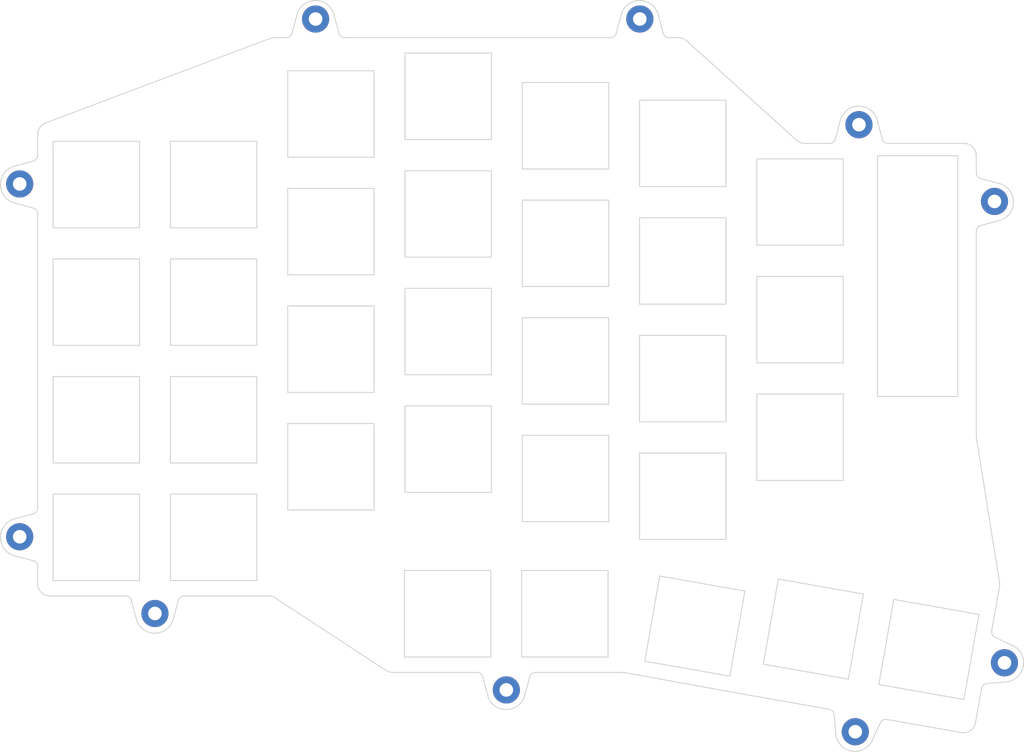
<source format=kicad_pcb>
(kicad_pcb (version 20211014) (generator pcbnew)
  (layers (0 "F.Cu" signal) (31 "B.Cu" signal) (34 "B.Paste" user) (35 "F.Paste" user) (36 "B.SilkS" user "B.Silkscreen") (37 "F.SilkS" user "F.Silkscreen") (38 "B.Mask" user) (39 "F.Mask" user) (44 "Edge.Cuts" user))
  (net 0 "")
  (footprint "MountingHole:MountingHole_2.2mm_M2_Pad" (layer "F.Cu") (at 48.316488 119.3406)
    (fp_text reference "REF**" hide)
    (fp_text value "MountingHole_2.2mm_M2_Pad" hide)
    (pad "1" thru_hole circle (at 0 0) (size 4.4 4.4) (drill 2.2) (layers *.Cu *.Mask))
  )
  (footprint "MountingHole:MountingHole_2.2mm_M2_Pad" (layer "F.Cu") (at 48.316488 62.1906)
    (fp_text reference "REF**" hide)
    (fp_text value "MountingHole_2.2mm_M2_Pad" hide)
    (pad "1" thru_hole circle (at 0 0) (size 4.4 4.4) (drill 2.2) (layers *.Cu *.Mask))
  )
  (footprint "MountingHole:MountingHole_2.2mm_M2_Pad" (layer "F.Cu") (at 148.7747 35.469888)
    (fp_text reference "REF**" hide)
    (fp_text value "MountingHole_2.2mm_M2_Pad" hide)
    (pad "1" thru_hole circle (at 0 0) (size 4.4 4.4) (drill 2.2) (layers *.Cu *.Mask))
  )
  (footprint "MountingHole:MountingHole_2.2mm_M2_Pad" (layer "F.Cu") (at 127.1497 144.156312)
    (fp_text reference "REF**" hide)
    (fp_text value "MountingHole_2.2mm_M2_Pad" hide)
    (pad "1" thru_hole circle (at 0 0) (size 4.4 4.4) (drill 2.2) (layers *.Cu *.Mask))
  )
  (footprint "" (layer "F.Cu") (at 184.2747 52.589888)
    (fp_text reference "" (at 0 0) (layer "F.SilkS") (effects (font (size 1.27 1.27))))
    (fp_text value "" (at 0 0) (layer "F.SilkS") (effects (font (size 1.27 1.27))))
    (pad "1" thru_hole circle (at 0 0) (size 4.4 4.4) (drill 2.2) (layers *.Cu *.Mask))
  )
  (footprint "MountingHole:MountingHole_2.2mm_M2_Pad" (layer "F.Cu") (at 183.681577 150.92942)
    (fp_text reference "REF**" hide)
    (fp_text value "MountingHole_2.2mm_M2_Pad" hide)
    (pad "1" thru_hole circle (at 0 0) (size 4.4 4.4) (drill 2.2) (layers *.Cu *.Mask))
  )
  (footprint "MountingHole:MountingHole_2.2mm_M2_Pad" (layer "F.Cu") (at 70.2247 131.773812)
    (fp_text reference "REF**" hide)
    (fp_text value "MountingHole_2.2mm_M2_Pad" hide)
    (pad "1" thru_hole circle (at 0 0) (size 4.4 4.4) (drill 2.2) (layers *.Cu *.Mask))
  )
  (footprint "MountingHole:MountingHole_2.2mm_M2_Pad" (layer "F.Cu") (at 96.2497 35.469888)
    (fp_text reference "REF**" hide)
    (fp_text value "MountingHole_2.2mm_M2_Pad" hide)
    (pad "1" thru_hole circle (at 0 0) (size 4.4 4.4) (drill 2.2) (layers *.Cu *.Mask))
  )
  (footprint "MountingHole:MountingHole_2.2mm_M2_Pad" (layer "F.Cu") (at 207.846421 139.760204)
    (fp_text reference "REF**" hide)
    (fp_text value "MountingHole_2.2mm_M2_Pad" hide)
    (pad "1" thru_hole circle (at 0 0) (size 4.4 4.4) (drill 2.2) (layers *.Cu *.Mask))
  )
  (footprint "MountingHole:MountingHole_2.2mm_M2_Pad" (layer "F.Cu") (at 206.232912 65.0231)
    (fp_text reference "REF**" hide)
    (fp_text value "MountingHole_2.2mm_M2_Pad" hide)
    (pad "1" thru_hole circle (at 0 0) (size 4.4 4.4) (drill 2.2) (layers *.Cu *.Mask))
  )
  (gr_line (start 124.733221 98.146704) (end 110.733221 98.146704) (layer "Edge.Cuts") (width 0.15))
  (gr_line (start 50.49204 66.080913) (end 47.49767 65.278574) (layer "Edge.Cuts") (width 0.15))
  (gr_line (start 89.547256 38.496704) (end 91.470586 38.496704) (layer "Edge.Cuts") (width 0.15))
  (gr_line (start 110.733221 54.996704) (end 124.733221 54.996704) (layer "Edge.Cuts") (width 0.15))
  (gr_line (start 105.733221 43.854204) (end 91.733221 43.854204) (layer "Edge.Cuts") (width 0.15))
  (gr_line (start 162.733221 81.666704) (end 162.733221 67.666704) (layer "Edge.Cuts") (width 0.15))
  (gr_line (start 129.733221 102.909204) (end 129.733221 116.909204) (layer "Edge.Cuts") (width 0.15))
  (gr_line (start 110.733221 79.096704) (end 110.733221 93.096704) (layer "Edge.Cuts") (width 0.15))
  (gr_line (start 67.213851 132.669755) (end 66.411512 129.675385) (layer "Edge.Cuts") (width 0.15))
  (gr_line (start 86.733221 69.284204) (end 86.733221 55.284204) (layer "Edge.Cuts") (width 0.15))
  (gr_line (start 91.733221 57.854204) (end 105.733221 57.854204) (layer "Edge.Cuts") (width 0.15))
  (gr_line (start 163.361338 141.925896) (end 165.792413 128.138587) (layer "Edge.Cuts") (width 0.15))
  (gr_line (start 92.436512 37.755523) (end 93.238851 34.761153) (layer "Edge.Cuts") (width 0.15))
  (gr_arc (start 47.49767 122.428574) (mid 45.200009 119.434204) (end 47.49767 116.439834) (layer "Edge.Cuts") (width 0.15))
  (gr_line (start 105.733221 62.904204) (end 91.733221 62.904204) (layer "Edge.Cuts") (width 0.15))
  (gr_line (start 129.633221 124.816704) (end 129.633221 138.816704) (layer "Edge.Cuts") (width 0.15))
  (gr_line (start 67.733221 74.334204) (end 53.733221 74.334204) (layer "Edge.Cuts") (width 0.15))
  (gr_line (start 181.733221 58.116704) (end 167.733221 58.116704) (layer "Edge.Cuts") (width 0.15))
  (gr_line (start 143.733221 78.809204) (end 143.733221 64.809204) (layer "Edge.Cuts") (width 0.15))
  (gr_line (start 67.733221 55.284204) (end 53.733221 55.284204) (layer "Edge.Cuts") (width 0.15))
  (gr_line (start 124.733221 60.046704) (end 110.733221 60.046704) (layer "Edge.Cuts") (width 0.15))
  (gr_line (start 207.045232 127.412426) (end 205.784812 134.560625) (layer "Edge.Cuts") (width 0.15))
  (gr_line (start 65.445586 128.934204) (end 53.233221 128.934204) (layer "Edge.Cuts") (width 0.15))
  (gr_line (start 91.733221 62.904204) (end 91.733221 76.904204) (layer "Edge.Cuts") (width 0.15))
  (gr_line (start 86.733221 74.334204) (end 72.733221 74.334204) (layer "Edge.Cuts") (width 0.15))
  (gr_line (start 175.503618 55.616704) (end 179.495586 55.616704) (layer "Edge.Cuts") (width 0.15))
  (gr_line (start 91.733221 76.904204) (end 105.733221 76.904204) (layer "Edge.Cuts") (width 0.15))
  (gr_line (start 72.733221 69.284204) (end 86.733221 69.284204) (layer "Edge.Cuts") (width 0.15))
  (gr_line (start 110.733221 40.996704) (end 110.733221 54.996704) (layer "Edge.Cuts") (width 0.15))
  (gr_line (start 67.733221 112.434204) (end 53.733221 112.434204) (layer "Edge.Cuts") (width 0.15))
  (gr_line (start 67.733221 107.384204) (end 67.733221 93.384204) (layer "Edge.Cuts") (width 0.15))
  (gr_line (start 148.733221 86.716704) (end 148.733221 100.716704) (layer "Edge.Cuts") (width 0.15))
  (gr_line (start 162.733221 67.666704) (end 148.733221 67.666704) (layer "Edge.Cuts") (width 0.15))
  (gr_arc (start 186.426714 152.317072) (mid 183.078852 154.059858) (end 180.528956 151.277139) (layer "Edge.Cuts") (width 0.15))
  (gr_line (start 129.733221 78.809204) (end 143.733221 78.809204) (layer "Edge.Cuts") (width 0.15))
  (gr_line (start 148.733221 119.766704) (end 162.733221 119.766704) (layer "Edge.Cuts") (width 0.15))
  (gr_line (start 143.733221 102.909204) (end 129.733221 102.909204) (layer "Edge.Cuts") (width 0.15))
  (gr_line (start 67.733221 126.434204) (end 67.733221 112.434204) (layer "Edge.Cuts") (width 0.15))
  (gr_line (start 148.733221 100.716704) (end 162.733221 100.716704) (layer "Edge.Cuts") (width 0.15))
  (gr_line (start 110.733221 93.096704) (end 124.733221 93.096704) (layer "Edge.Cuts") (width 0.15))
  (gr_line (start 86.733221 112.434204) (end 72.733221 112.434204) (layer "Edge.Cuts") (width 0.15))
  (gr_line (start 151.752591 34.761153) (end 152.55493 37.755523) (layer "Edge.Cuts") (width 0.15))
  (gr_line (start 124.633221 138.816704) (end 124.633221 124.816704) (layer "Edge.Cuts") (width 0.15))
  (gr_line (start 143.733221 116.909204) (end 143.733221 102.909204) (layer "Edge.Cuts") (width 0.15))
  (gr_line (start 167.733221 110.216704) (end 181.733221 110.216704) (layer "Edge.Cuts") (width 0.15))
  (gr_line (start 110.733221 60.046704) (end 110.733221 74.046704) (layer "Edge.Cuts") (width 0.15))
  (gr_arc (start 93.238851 34.761153) (mid 96.233221 32.463492) (end 99.227591 34.761153) (layer "Edge.Cuts") (width 0.15))
  (gr_line (start 204.024402 61.319995) (end 207.018772 62.122334) (layer "Edge.Cuts") (width 0.15))
  (gr_arc (start 207.050471 126.748978) (mid 207.075551 127.08092) (end 207.045232 127.412426) (layer "Edge.Cuts") (width 0.15))
  (gr_arc (start 51.233221 54.169249) (mid 51.588617 53.031146) (end 52.528499 52.297521) (layer "Edge.Cuts") (width 0.15))
  (gr_line (start 124.733221 74.046704) (end 124.733221 60.046704) (layer "Edge.Cuts") (width 0.15))
  (gr_line (start 143.733221 45.759204) (end 129.733221 45.759204) (layer "Edge.Cuts") (width 0.15))
  (gr_line (start 149.57403 139.494821) (end 163.361338 141.925896) (layer "Edge.Cuts") (width 0.15))
  (gr_line (start 143.633221 124.816704) (end 129.633221 124.816704) (layer "Edge.Cuts") (width 0.15))
  (gr_line (start 189.923998 129.492055) (end 187.492924 143.279364) (layer "Edge.Cuts") (width 0.15))
  (gr_line (start 110.633221 138.816704) (end 124.633221 138.816704) (layer "Edge.Cuts") (width 0.15))
  (gr_line (start 203.283221 57.616704) (end 203.283221 60.354069) (layer "Edge.Cuts") (width 0.15))
  (gr_arc (start 50.49204 123.230913) (mid 51.026574 123.588077) (end 51.233221 124.196839) (layer "Edge.Cuts") (width 0.15))
  (gr_arc (start 92.436512 37.755523) (mid 92.079345 38.290044) (end 91.470586 38.496704) (layer "Edge.Cuts") (width 0.15))
  (gr_line (start 67.733221 69.284204) (end 67.733221 55.284204) (layer "Edge.Cuts") (width 0.15))
  (gr_line (start 72.733221 88.334204) (end 86.733221 88.334204) (layer "Edge.Cuts") (width 0.15))
  (gr_arc (start 204.130766 143.941184) (mid 204.439971 143.377525) (end 205.028418 143.118638) (layer "Edge.Cuts") (width 0.15))
  (gr_line (start 91.733221 115.004204) (end 105.733221 115.004204) (layer "Edge.Cuts") (width 0.15))
  (gr_line (start 100.995856 38.496704) (end 143.995586 38.496704) (layer "Edge.Cuts") (width 0.15))
  (gr_line (start 50.49204 123.230913) (end 47.49767 122.428574) (layer "Edge.Cuts") (width 0.15))
  (gr_line (start 124.733221 93.096704) (end 124.733221 79.096704) (layer "Edge.Cuts") (width 0.15))
  (gr_line (start 129.733221 97.859204) (end 143.733221 97.859204) (layer "Edge.Cuts") (width 0.15))
  (gr_line (start 86.733221 55.284204) (end 72.733221 55.284204) (layer "Edge.Cuts") (width 0.15))
  (gr_line (start 74.00493 129.675385) (end 73.202591 132.669755) (layer "Edge.Cuts") (width 0.15))
  (gr_line (start 182.568885 142.411123) (end 184.99996 128.623814) (layer "Edge.Cuts") (width 0.15))
  (gr_line (start 179.436227 147.291283) (end 165.390539 144.814649) (layer "Edge.Cuts") (width 0.15))
  (gr_line (start 153.520856 38.496704) (end 155.037824 38.496704) (layer "Edge.Cuts") (width 0.15))
  (gr_arc (start 130.92993 142.057885) (mid 131.287097 141.523364) (end 131.895856 141.316704) (layer "Edge.Cuts") (width 0.15))
  (gr_line (start 162.733221 48.616704) (end 148.733221 48.616704) (layer "Edge.Cuts") (width 0.15))
  (gr_line (start 165.390539 144.814649) (end 165.389237 144.822035) (layer "Edge.Cuts") (width 0.15))
  (gr_arc (start 108.730039 141.316704) (mid 108.158139 141.233199) (end 107.634003 140.989637) (layer "Edge.Cuts") (width 0.15))
  (gr_line (start 129.733221 83.859204) (end 129.733221 97.859204) (layer "Edge.Cuts") (width 0.15))
  (gr_line (start 203.711307 131.92313) (end 189.923998 129.492055) (layer "Edge.Cuts") (width 0.15))
  (gr_line (start 162.733221 62.616704) (end 162.733221 48.616704) (layer "Edge.Cuts") (width 0.15))
  (gr_arc (start 145.763851 34.761153) (mid 148.758221 32.463492) (end 151.752591 34.761153) (layer "Edge.Cuts") (width 0.15))
  (gr_line (start 167.733221 72.116704) (end 181.733221 72.116704) (layer "Edge.Cuts") (width 0.15))
  (gr_line (start 124.733221 54.996704) (end 124.733221 40.996704) (layer "Edge.Cuts") (width 0.15))
  (gr_line (start 86.733221 88.334204) (end 86.733221 74.334204) (layer "Edge.Cuts") (width 0.15))
  (gr_line (start 144.961512 37.755523) (end 145.763851 34.761153) (layer "Edge.Cuts") (width 0.15))
  (gr_line (start 53.733221 69.284204) (end 67.733221 69.284204) (layer "Edge.Cuts") (width 0.15))
  (gr_line (start 129.733221 64.809204) (end 129.733221 78.809204) (layer "Edge.Cuts") (width 0.15))
  (gr_arc (start 189.020856 55.616704) (mid 188.412077 55.410071) (end 188.05493 54.875523) (layer "Edge.Cuts") (width 0.15))
  (gr_arc (start 88.842534 38.624976) (mid 89.189106 38.52904) (end 89.547256 38.496704) (layer "Edge.Cuts") (width 0.15))
  (gr_line (start 67.733221 93.384204) (end 53.733221 93.384204) (layer "Edge.Cuts") (width 0.15))
  (gr_line (start 129.733221 116.909204) (end 143.733221 116.909204) (layer "Edge.Cuts") (width 0.15))
  (gr_line (start 187.283221 96.616704) (end 200.283221 96.616704) (layer "Edge.Cuts") (width 0.15))
  (gr_line (start 72.733221 126.434204) (end 86.733221 126.434204) (layer "Edge.Cuts") (width 0.15))
  (gr_line (start 148.733221 105.766704) (end 148.733221 119.766704) (layer "Edge.Cuts") (width 0.15))
  (gr_line (start 129.633221 138.816704) (end 143.633221 138.816704) (layer "Edge.Cuts") (width 0.15))
  (gr_arc (start 187.736831 149.507518) (mid 188.181188 149.043223) (end 188.816346 148.945251) (layer "Edge.Cuts") (width 0.15))
  (gr_line (start 167.733221 91.166704) (end 181.733221 91.166704) (layer "Edge.Cuts") (width 0.15))
  (gr_line (start 181.733221 96.216704) (end 167.733221 96.216704) (layer "Edge.Cuts") (width 0.15))
  (gr_line (start 105.733221 81.954204) (end 91.733221 81.954204) (layer "Edge.Cuts") (width 0.15))
  (gr_line (start 148.733221 48.616704) (end 148.733221 62.616704) (layer "Edge.Cuts") (width 0.15))
  (gr_arc (start 175.503618 55.616704) (mid 174.784712 55.483029) (end 174.161904 55.099878) (layer "Edge.Cuts") (width 0.15))
  (gr_line (start 165.389237 144.822035) (end 146.310856 141.34904) (layer "Edge.Cuts") (width 0.15))
  (gr_arc (start 73.202591 132.669755) (mid 70.208221 134.967416) (end 67.213851 132.669755) (layer "Edge.Cuts") (width 0.15))
  (gr_line (start 53.733221 112.434204) (end 53.733221 126.434204) (layer "Edge.Cuts") (width 0.15))
  (gr_line (start 204.130766 143.941184) (end 203.16053 149.443665) (layer "Edge.Cuts") (width 0.15))
  (gr_line (start 72.733221 55.284204) (end 72.733221 69.284204) (layer "Edge.Cuts") (width 0.15))
  (gr_line (start 162.733221 100.716704) (end 162.733221 86.716704) (layer "Edge.Cuts") (width 0.15))
  (gr_line (start 91.733221 95.954204) (end 105.733221 95.954204) (layer "Edge.Cuts") (width 0.15))
  (gr_line (start 162.733221 105.766704) (end 148.733221 105.766704) (layer "Edge.Cuts") (width 0.15))
  (gr_line (start 51.233221 57.521569) (end 51.233221 54.169249) (layer "Edge.Cuts") (width 0.15))
  (gr_line (start 88.636403 128.934204) (end 74.970856 128.934204) (layer "Edge.Cuts") (width 0.15))
  (gr_arc (start 204.024402 61.319995) (mid 203.489881 60.962828) (end 203.283221 60.354069) (layer "Edge.Cuts") (width 0.15))
  (gr_arc (start 65.445586 128.934204) (mid 66.05435 129.140849) (end 66.411512 129.675385) (layer "Edge.Cuts") (width 0.15))
  (gr_arc (start 130.127591 145.052255) (mid 127.133221 147.349916) (end 124.138851 145.052255) (layer "Edge.Cuts") (width 0.15))
  (gr_line (start 67.733221 88.334204) (end 67.733221 74.334204) (layer "Edge.Cuts") (width 0.15))
  (gr_arc (start 203.283221 69.879339) (mid 203.489854 69.27056) (end 204.024402 68.913413) (layer "Edge.Cuts") (width 0.15))
  (gr_arc (start 53.233221 128.934204) (mid 51.819007 128.348418) (end 51.233221 126.934204) (layer "Edge.Cuts") (width 0.15))
  (gr_line (start 107.634003 140.989637) (end 89.732439 129.261271) (layer "Edge.Cuts") (width 0.15))
  (gr_line (start 91.733221 43.854204) (end 91.733221 57.854204) (layer "Edge.Cuts") (width 0.15))
  (gr_line (start 208.116622 142.848455) (end 205.028418 143.118638) (layer "Edge.Cuts") (width 0.15))
  (gr_line (start 72.733221 93.384204) (end 72.733221 107.384204) (layer "Edge.Cuts") (width 0.15))
  (gr_line (start 86.733221 126.434204) (end 86.733221 112.434204) (layer "Edge.Cuts") (width 0.15))
  (gr_line (start 143.633221 138.816704) (end 143.633221 124.816704) (layer "Edge.Cuts") (width 0.15))
  (gr_line (start 124.733221 112.146704) (end 124.733221 98.146704) (layer "Edge.Cuts") (width 0.15))
  (gr_arc (start 145.952666 141.316704) (mid 146.132489 141.324808) (end 146.310856 141.34904) (layer "Edge.Cuts") (width 0.15))
  (gr_line (start 207.018772 68.111074) (end 204.024402 68.913413) (layer "Edge.Cuts") (width 0.15))
  (gr_line (start 181.733221 91.166704) (end 181.733221 77.166704) (layer "Edge.Cuts") (width 0.15))
  (gr_line (start 187.736831 149.507518) (end 186.426714 152.317072) (layer "Edge.Cuts") (width 0.15))
  (gr_line (start 181.733221 77.166704) (end 167.733221 77.166704) (layer "Edge.Cuts") (width 0.15))
  (gr_line (start 72.733221 107.384204) (end 86.733221 107.384204) (layer "Edge.Cuts") (width 0.15))
  (gr_line (start 201.280232 145.710438) (end 203.711307 131.92313) (layer "Edge.Cuts") (width 0.15))
  (gr_arc (start 51.233221 57.521569) (mid 51.026574 58.13033) (end 50.49204 58.487495) (layer "Edge.Cuts") (width 0.15))
  (gr_arc (start 153.520856 38.496704) (mid 152.912077 38.290071) (end 152.55493 37.755523) (layer "Edge.Cuts") (width 0.15))
  (gr_line (start 105.733221 57.854204) (end 105.733221 43.854204) (layer "Edge.Cuts") (width 0.15))
  (gr_line (start 167.733221 58.116704) (end 167.733221 72.116704) (layer "Edge.Cuts") (width 0.15))
  (gr_line (start 143.733221 97.859204) (end 143.733221 83.859204) (layer "Edge.Cuts") (width 0.15))
  (gr_arc (start 203.16053 149.443664) (mid 202.338076 150.734691) (end 200.843618 151.065984) (layer "Edge.Cuts") (width 0.15))
  (gr_line (start 86.733221 93.384204) (end 72.733221 93.384204) (layer "Edge.Cuts") (width 0.15))
  (gr_arc (start 180.461512 54.875523) (mid 180.104345 55.410044) (end 179.495586 55.616704) (layer "Edge.Cuts") (width 0.15))
  (gr_arc (start 51.233221 114.671569) (mid 51.026574 115.28033) (end 50.49204 115.637495) (layer "Edge.Cuts") (width 0.15))
  (gr_line (start 187.252591 51.881153) (end 188.05493 54.875523) (layer "Edge.Cuts") (width 0.15))
  (gr_line (start 187.283221 57.616704) (end 187.283221 96.616704) (layer "Edge.Cuts") (width 0.15))
  (gr_line (start 200.843619 151.065984) (end 188.816787 148.945329) (layer "Edge.Cuts") (width 0.15))
  (gr_line (start 105.733221 76.904204) (end 105.733221 62.904204) (layer "Edge.Cuts") (width 0.15))
  (gr_line (start 152.005104 125.707513) (end 149.57403 139.494821) (layer "Edge.Cuts") (width 0.15))
  (gr_line (start 148.733221 62.616704) (end 162.733221 62.616704) (layer "Edge.Cuts") (width 0.15))
  (gr_line (start 130.92993 142.057885) (end 130.127591 145.052255) (layer "Edge.Cuts") (width 0.15))
  (gr_line (start 91.733221 81.954204) (end 91.733221 95.954204) (layer "Edge.Cuts") (width 0.15))
  (gr_line (start 110.733221 112.146704) (end 124.733221 112.146704) (layer "Edge.Cuts") (width 0.15))
  (gr_line (start 206.347001 135.640581) (end 209.156556 136.950697) (layer "Edge.Cuts") (width 0.15))
  (gr_line (start 148.733221 81.666704) (end 162.733221 81.666704) (layer "Edge.Cuts") (width 0.15))
  (gr_line (start 47.49767 116.439834) (end 50.49204 115.637495) (layer "Edge.Cuts") (width 0.15))
  (gr_line (start 110.633221 124.816704) (end 110.633221 138.816704) (layer "Edge.Cuts") (width 0.15))
  (gr_arc (start 144.961512 37.755523) (mid 144.604345 38.290044) (end 143.995586 38.496704) (layer "Edge.Cuts") (width 0.15))
  (gr_arc (start 122.370586 141.316704) (mid 122.979365 141.523337) (end 123.336512 142.057885) (layer "Edge.Cuts") (width 0.15))
  (gr_arc (start 179.436227 147.291283) (mid 179.999882 147.600488) (end 180.258774 148.188935) (layer "Edge.Cuts") (width 0.15))
  (gr_arc (start 50.49204 66.080913) (mid 51.026574 66.438077) (end 51.233221 67.046839) (layer "Edge.Cuts") (width 0.15))
  (gr_line (start 124.733221 40.996704) (end 110.733221 40.996704) (layer "Edge.Cuts") (width 0.15))
  (gr_arc (start 100.995856 38.496704) (mid 100.387077 38.290071) (end 100.02993 37.755523) (layer "Edge.Cuts") (width 0.15))
  (gr_line (start 181.733221 110.216704) (end 181.733221 96.216704) (layer "Edge.Cuts") (width 0.15))
  (gr_line (start 105.733221 115.004204) (end 105.733221 101.004204) (layer "Edge.Cuts") (width 0.15))
  (gr_line (start 53.733221 107.384204) (end 67.733221 107.384204) (layer "Edge.Cuts") (width 0.15))
  (gr_arc (start 155.037824 38.496704) (mid 155.75673 38.630379) (end 156.379538 39.01353) (layer "Edge.Cuts") (width 0.15))
  (gr_line (start 165.792413 128.138587) (end 152.005104 125.707513) (layer "Edge.Cuts") (width 0.15))
  (gr_line (start 167.733221 77.166704) (end 167.733221 91.166704) (layer "Edge.Cuts") (width 0.15))
  (gr_line (start 51.233221 114.671569) (end 51.233221 67.046839) (layer "Edge.Cuts") (width 0.15))
  (gr_line (start 171.212651 126.19274) (end 168.781577 139.980048) (layer "Edge.Cuts") (width 0.15))
  (gr_line (start 129.733221 45.759204) (end 129.733221 59.759204) (layer "Edge.Cuts") (width 0.15))
  (gr_arc (start 181.263851 51.881153) (mid 184.258221 49.583492) (end 187.252591 51.881153) (layer "Edge.Cuts") (width 0.15))
  (gr_line (start 53.733221 126.434204) (end 67.733221 126.434204) (layer "Edge.Cuts") (width 0.15))
  (gr_arc (start 203.308367 103.373779) (mid 203.289515 103.216203) (end 203.283221 103.057628) (layer "Edge.Cuts") (width 0.15))
  (gr_line (start 162.733221 119.766704) (end 162.733221 105.766704) (layer "Edge.Cuts") (width 0.15))
  (gr_line (start 167.733221 96.216704) (end 167.733221 110.216704) (layer "Edge.Cuts") (width 0.15))
  (gr_line (start 184.99996 128.623814) (end 171.212651 126.19274) (layer "Edge.Cuts") (width 0.15))
  (gr_line (start 156.379538 39.01353) (end 174.161905 55.099878) (layer "Edge.Cuts") (width 0.15))
  (gr_line (start 105.733221 95.954204) (end 105.733221 81.954204) (layer "Edge.Cuts") (width 0.15))
  (gr_line (start 47.49767 59.289834) (end 50.49204 58.487495) (layer "Edge.Cuts") (width 0.15))
  (gr_arc (start 88.636403 128.934204) (mid 89.208303 129.017709) (end 89.732439 129.261271) (layer "Edge.Cuts") (width 0.15))
  (gr_line (start 181.733221 72.116704) (end 181.733221 58.116704) (layer "Edge.Cuts") (width 0.15))
  (gr_line (start 200.283221 57.616704) (end 187.283221 57.616704) (layer "Edge.Cuts") (width 0.15))
  (gr_line (start 203.308367 103.373779) (end 207.050471 126.748978) (layer "Edge.Cuts") (width 0.15))
  (gr_arc (start 47.49767 65.278574) (mid 45.200009 62.284204) (end 47.49767 59.289834) (layer "Edge.Cuts") (width 0.15))
  (gr_line (start 52.528499 52.297521) (end 88.842534 38.624976) (layer "Edge.Cuts") (width 0.15))
  (gr_line (start 148.733221 67.666704) (end 148.733221 81.666704) (layer "Edge.Cuts") (width 0.15))
  (gr_line (start 124.633221 124.816704) (end 110.633221 124.816704) (layer "Edge.Cuts") (width 0.15))
  (gr_line (start 91.733221 101.004204) (end 91.733221 115.004204) (layer "Edge.Cuts") (width 0.15))
  (gr_arc (start 209.156556 136.950697) (mid 210.899289 140.298518) (end 208.116622 142.848455) (layer "Edge.Cuts") (width 0.15))
  (gr_line (start 124.733221 79.096704) (end 110.733221 79.096704) (layer "Edge.Cuts") (width 0.15))
  (gr_line (start 53.733221 74.334204) (end 53.733221 88.334204) (layer "Edge.Cuts") (width 0.15))
  (gr_line (start 124.138851 145.052255) (end 123.336512 142.057885) (layer "Edge.Cuts") (width 0.15))
  (gr_line (start 180.528956 151.277139) (end 180.258774 148.188935) (layer "Edge.Cuts") (width 0.15))
  (gr_line (start 200.283221 96.616704) (end 200.283221 57.616704) (layer "Edge.Cuts") (width 0.15))
  (gr_line (start 72.733221 112.434204) (end 72.733221 126.434204) (layer "Edge.Cuts") (width 0.15))
  (gr_line (start 129.733221 59.759204) (end 143.733221 59.759204) (layer "Edge.Cuts") (width 0.15))
  (gr_line (start 180.461512 54.875523) (end 181.263851 51.881153) (layer "Edge.Cuts") (width 0.15))
  (gr_line (start 162.733221 86.716704) (end 148.733221 86.716704) (layer "Edge.Cuts") (width 0.15))
  (gr_line (start 53.733221 88.334204) (end 67.733221 88.334204) (layer "Edge.Cuts") (width 0.15))
  (gr_line (start 99.227591 34.761153) (end 100.02993 37.755523) (layer "Edge.Cuts") (width 0.15))
  (gr_line (start 51.233221 126.934204) (end 51.233221 124.196839) (layer "Edge.Cuts") (width 0.15))
  (gr_line (start 188.816787 148.945329) (end 188.816346 148.945251) (layer "Edge.Cuts") (width 0.15))
  (gr_line (start 143.733221 59.759204) (end 143.733221 45.759204) (layer "Edge.Cuts") (width 0.15))
  (gr_line (start 110.733221 74.046704) (end 124.733221 74.046704) (layer "Edge.Cuts") (width 0.15))
  (gr_line (start 53.733221 93.384204) (end 53.733221 107.384204) (layer "Edge.Cuts") (width 0.15))
  (gr_arc (start 206.347001 135.640581) (mid 205.882624 135.19602) (end 205.784812 134.560625) (layer "Edge.Cuts") (width 0.15))
  (gr_line (start 145.952666 141.316704) (end 131.895856 141.316704) (layer "Edge.Cuts") (width 0.15))
  (gr_line (start 53.733221 55.284204) (end 53.733221 69.284204) (layer "Edge.Cuts") (width 0.15))
  (gr_line (start 143.733221 83.859204) (end 129.733221 83.859204) (layer "Edge.Cuts") (width 0.15))
  (gr_arc (start 207.018772 62.122334) (mid 209.316424 65.116704) (end 207.018772 68.111074) (layer "Edge.Cuts") (width 0.15))
  (gr_line (start 105.733221 101.004204) (end 91.733221 101.004204) (layer "Edge.Cuts") (width 0.15))
  (gr_arc (start 74.00493 129.675385) (mid 74.362097 129.140864) (end 74.970856 128.934204) (layer "Edge.Cuts") (width 0.15))
  (gr_line (start 143.733221 64.809204) (end 129.733221 64.809204) (layer "Edge.Cuts") (width 0.15))
  (gr_line (start 187.492924 143.279364) (end 201.280232 145.710438) (layer "Edge.Cuts") (width 0.15))
  (gr_line (start 168.781577 139.980048) (end 182.568885 142.411123) (layer "Edge.Cuts") (width 0.15))
  (gr_arc (start 201.283221 55.616704) (mid 202.697435 56.20249) (end 203.283221 57.616704) (layer "Edge.Cuts") (width 0.15))
  (gr_line (start 86.733221 107.384204) (end 86.733221 93.384204) (layer "Edge.Cuts") (width 0.15))
  (gr_line (start 203.283221 69.879339) (end 203.283221 103.057628) (layer "Edge.Cuts") (width 0.15))
  (gr_line (start 110.733221 98.146704) (end 110.733221 112.146704) (layer "Edge.Cuts") (width 0.15))
  (gr_line (start 189.020856 55.616704) (end 201.283221 55.616704) (layer "Edge.Cuts") (width 0.15))
  (gr_line (start 122.370586 141.316704) (end 108.730039 141.316704) (layer "Edge.Cuts") (width 0.15))
  (gr_line (start 72.733221 74.334204) (end 72.733221 88.334204) (layer "Edge.Cuts") (width 0.15))
)
</source>
